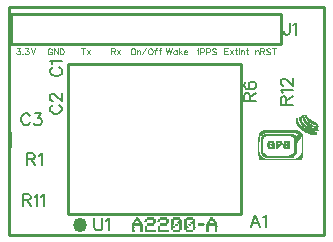
<source format=gbr>
G04 DipTrace 3.0.0.2*
G04 TopSilk.gbr*
%MOMM*%
G04 #@! TF.FileFunction,Legend,Top*
G04 #@! TF.Part,Single*
%ADD10C,0.254*%
%ADD12C,0.076*%
%ADD28O,1.16974X1.22037*%
%ADD52C,0.15686*%
%ADD53C,0.07843*%
%FSLAX35Y35*%
G04*
G71*
G90*
G75*
G01*
G04 TopSilk*
%LPD*%
X28947Y751050D2*
D10*
Y880950D1*
X34000Y1877000D2*
X2320000D1*
X34000Y1623000D2*
Y1877000D1*
Y1623000D2*
X2320000D1*
Y1877000D1*
X521000Y1454000D2*
X1985000D1*
Y187067D1*
X521000D1*
Y1454000D1*
D28*
X621504Y91018D3*
X22000Y1936000D2*
D10*
X2684000D1*
Y11000D1*
X22000D1*
Y1936000D1*
X1092991Y160210D2*
D12*
X1104391D1*
X1187987D2*
X1233585D1*
X1298183D2*
X1343781D1*
X1408378D2*
X1453976D1*
X1522373D2*
X1567971D1*
X1723765D2*
X1735164D1*
X1091129Y156410D2*
X1106254D1*
X1186389D2*
X1235367D1*
X1296584D2*
X1345562D1*
X1406780D2*
X1455575D1*
X1520775D2*
X1569570D1*
X1721902D2*
X1737027D1*
X1090947Y152610D2*
X1106405D1*
X1185438D2*
X1237385D1*
X1295633D2*
X1347581D1*
X1405829D2*
X1456526D1*
X1519824D2*
X1570521D1*
X1721720D2*
X1737178D1*
X1093481Y148810D2*
X1103620D1*
X1186492D2*
X1235367D1*
X1296687D2*
X1345562D1*
X1406882D2*
X1455472D1*
X1520877D2*
X1569467D1*
X1724254D2*
X1734394D1*
X1096791Y145010D2*
X1099960D1*
X1187987D2*
X1233585D1*
X1298183D2*
X1343781D1*
X1408378D2*
X1453976D1*
X1522373D2*
X1567971D1*
X1727565D2*
X1730733D1*
X1081592Y141210D2*
X1096676D1*
X1108191D2*
X1119590D1*
X1168988D2*
X1180388D1*
X1241185D2*
X1252585D1*
X1279184D2*
X1290583D1*
X1351381D2*
X1362780D1*
X1389379D2*
X1400778D1*
X1461576D2*
X1469176D1*
X1503374D2*
X1514774D1*
X1575571D2*
X1583171D1*
X1712365D2*
X1727450D1*
X1738964D2*
X1750364D1*
X1079824Y137411D2*
X1093951D1*
X1106692D2*
X1121358D1*
X1167220D2*
X1181883D1*
X1239649D2*
X1254062D1*
X1277416D2*
X1292079D1*
X1349844D2*
X1364257D1*
X1387843D2*
X1402388D1*
X1460080D2*
X1472634D1*
X1501838D2*
X1516383D1*
X1574076D2*
X1586629D1*
X1710597D2*
X1724725D1*
X1737465D2*
X1752132D1*
X1078649Y133611D2*
X1090983D1*
X1105578D2*
X1122533D1*
X1166046D2*
X1181405D1*
X1239632D2*
X1253665D1*
X1276241D2*
X1291600D1*
X1349827D2*
X1363860D1*
X1387956D2*
X1403371D1*
X1460559D2*
X1474222D1*
X1501951D2*
X1517367D1*
X1574554D2*
X1588217D1*
X1709423D2*
X1721757D1*
X1736352D2*
X1753306D1*
X1077792Y129811D2*
X1083280D1*
X1117653D2*
X1123390D1*
X1165188D2*
X1180388D1*
X1239646D2*
X1251400D1*
X1275384D2*
X1290583D1*
X1349841D2*
X1361595D1*
X1388323D2*
X1402873D1*
X1461576D2*
X1471814D1*
X1502318D2*
X1516868D1*
X1575571D2*
X1585809D1*
X1708565D2*
X1714054D1*
X1748427D2*
X1754164D1*
X1239188Y126011D2*
X1248785D1*
X1349383D2*
X1358980D1*
X1388291D2*
X1402545D1*
X1451522D2*
X1469176D1*
X1502287D2*
X1516540D1*
X1565517D2*
X1583171D1*
X1066393Y122211D2*
X1077792D1*
X1119590D2*
X1134790D1*
X1238616D2*
X1251733D1*
X1348812D2*
X1361928D1*
X1387773D2*
X1402740D1*
X1443801D2*
X1472069D1*
X1501768D2*
X1516736D1*
X1557796D2*
X1586064D1*
X1697166D2*
X1708565D1*
X1750364D2*
X1765563D1*
X1064897Y118411D2*
X1079287D1*
X1120289D2*
X1138589D1*
X1238335D2*
X1253786D1*
X1348530D2*
X1363981D1*
X1387393D2*
X1402926D1*
X1440998D2*
X1474278D1*
X1501389D2*
X1516921D1*
X1554993D2*
X1588273D1*
X1695671D2*
X1710061D1*
X1751062D2*
X1769363D1*
X1065375Y114611D2*
X1078809D1*
X1121622D2*
X1136727D1*
X1239563D2*
X1255197D1*
X1349758D2*
X1365392D1*
X1387561D2*
X1402664D1*
X1439846D2*
X1474003D1*
X1501556D2*
X1516659D1*
X1553841D2*
X1587998D1*
X1696149D2*
X1709583D1*
X1752396D2*
X1767500D1*
X1066393Y110812D2*
X1077792D1*
X1123390D2*
X1136516D1*
X1241185D2*
X1246685D1*
X1351381D2*
X1356880D1*
X1387719D2*
X1402464D1*
X1450202D2*
X1471770D1*
X1501714D2*
X1516459D1*
X1564198D2*
X1585765D1*
X1697166D2*
X1708565D1*
X1754164D2*
X1767290D1*
X1062767Y107012D2*
X1138735D1*
X1187987D2*
X1237385D1*
X1298183D2*
X1347581D1*
X1387333D2*
X1402833D1*
X1461576D2*
X1469176D1*
X1501329D2*
X1516829D1*
X1575571D2*
X1583171D1*
X1617369D2*
X1662967D1*
X1693541D2*
X1769508D1*
X1059736Y103212D2*
X1141335D1*
X1186389D2*
X1238984D1*
X1296584D2*
X1349179D1*
X1386781D2*
X1403369D1*
X1423577D2*
X1438777D1*
X1459967D2*
X1472069D1*
X1500776D2*
X1517364D1*
X1537573D2*
X1552772D1*
X1573962D2*
X1586064D1*
X1615771D2*
X1664566D1*
X1690510D2*
X1772109D1*
X1057435Y99412D2*
X1143570D1*
X1185438D2*
X1239935D1*
X1295633D2*
X1350130D1*
X1386724D2*
X1403632D1*
X1424276D2*
X1438078D1*
X1458983D2*
X1474278D1*
X1500719D2*
X1517628D1*
X1538271D2*
X1552073D1*
X1572978D2*
X1588273D1*
X1614820D2*
X1665517D1*
X1688208D2*
X1774343D1*
X1057315Y95612D2*
X1143776D1*
X1186492D2*
X1238881D1*
X1296687D2*
X1349077D1*
X1387206D2*
X1402402D1*
X1425609D2*
X1436745D1*
X1459481D2*
X1474003D1*
X1501201D2*
X1516397D1*
X1539605D2*
X1550740D1*
X1573476D2*
X1587998D1*
X1615873D2*
X1664463D1*
X1688088D2*
X1774549D1*
X1057281Y91812D2*
X1143845D1*
X1187987D2*
X1237385D1*
X1298183D2*
X1347581D1*
X1387557D2*
X1400778D1*
X1427377D2*
X1434977D1*
X1459795D2*
X1471770D1*
X1501553D2*
X1514774D1*
X1541373D2*
X1548972D1*
X1573790D2*
X1585765D1*
X1617369D2*
X1662967D1*
X1688054D2*
X1774619D1*
X1056805Y88013D2*
X1069431D1*
X1131751D2*
X1144212D1*
X1168988D2*
X1180388D1*
X1279184D2*
X1290583D1*
X1387266D2*
X1409079D1*
X1459480D2*
X1469176D1*
X1501262D2*
X1523074D1*
X1573475D2*
X1583171D1*
X1687578D2*
X1700204D1*
X1762525D2*
X1774986D1*
X1056216Y84213D2*
X1071955D1*
X1129227D2*
X1144638D1*
X1167379D2*
X1181865D1*
X1277574D2*
X1292060D1*
X1386755D2*
X1415500D1*
X1458959D2*
X1472627D1*
X1500751D2*
X1529495D1*
X1572954D2*
X1586622D1*
X1686989D2*
X1702728D1*
X1760001D2*
X1775412D1*
X1056145Y80413D2*
X1072737D1*
X1128445D2*
X1143412D1*
X1166395D2*
X1181468D1*
X1276591D2*
X1291663D1*
X1386715D2*
X1418542D1*
X1458914D2*
X1475291D1*
X1500710D2*
X1532537D1*
X1572909D2*
X1589286D1*
X1686919D2*
X1703510D1*
X1759219D2*
X1774185D1*
X1056622Y76613D2*
X1072267D1*
X1128915D2*
X1141240D1*
X1166894D2*
X1179203D1*
X1277089D2*
X1289398D1*
X1387203D2*
X1415975D1*
X1459400D2*
X1472549D1*
X1501198D2*
X1529970D1*
X1573396D2*
X1586544D1*
X1687396D2*
X1703040D1*
X1759689D2*
X1772014D1*
X1056987Y72813D2*
X1071951D1*
X1129231D2*
X1138589D1*
X1167222D2*
X1176588D1*
X1277417D2*
X1286783D1*
X1387571D2*
X1409015D1*
X1459768D2*
X1469176D1*
X1501566D2*
X1523010D1*
X1573763D2*
X1583171D1*
X1687760D2*
X1702725D1*
X1760004D2*
X1769363D1*
X1056814Y69013D2*
X1072152D1*
X1129030D2*
X1141483D1*
X1167026D2*
X1179481D1*
X1277222D2*
X1289677D1*
X1387410D2*
X1400778D1*
X1459607D2*
X1472074D1*
X1501405D2*
X1514774D1*
X1573602D2*
X1586069D1*
X1687588D2*
X1702925D1*
X1759804D2*
X1772256D1*
X1056639Y65214D2*
X1072339D1*
X1128858D2*
X1143692D1*
X1166855D2*
X1181690D1*
X1277051D2*
X1291886D1*
X1387344D2*
X1402274D1*
X1459541D2*
X1474296D1*
X1501339D2*
X1516269D1*
X1573536D2*
X1588292D1*
X1687412D2*
X1703113D1*
X1759631D2*
X1774465D1*
X1056905Y61414D2*
X1072077D1*
X1129238D2*
X1143417D1*
X1167236D2*
X1181416D1*
X1277432D2*
X1291611D1*
X1388082D2*
X1401796D1*
X1460279D2*
X1473924D1*
X1502077D2*
X1515791D1*
X1574274D2*
X1587919D1*
X1687679D2*
X1702851D1*
X1760012D2*
X1774191D1*
X1057107Y57614D2*
X1071878D1*
X1129789D2*
X1141184D1*
X1167787D2*
X1179182D1*
X1277982D2*
X1289378D1*
X1389379D2*
X1400778D1*
X1461576D2*
X1472975D1*
X1503374D2*
X1514774D1*
X1575571D2*
X1586971D1*
X1687880D2*
X1702651D1*
X1760562D2*
X1771957D1*
X1056738Y53814D2*
X1072247D1*
X1129845D2*
X1138589D1*
X1167843D2*
X1252585D1*
X1278039D2*
X1362780D1*
X1408378D2*
X1453976D1*
X1522373D2*
X1567971D1*
X1687511D2*
X1703021D1*
X1760618D2*
X1769363D1*
X1056203Y50014D2*
X1072782D1*
X1129373D2*
X1141488D1*
X1167372D2*
X1254183D1*
X1277567D2*
X1364378D1*
X1406780D2*
X1455757D1*
X1520775D2*
X1569753D1*
X1686976D2*
X1703556D1*
X1760147D2*
X1772261D1*
X1055939Y46214D2*
X1073046D1*
X1129116D2*
X1143710D1*
X1167114D2*
X1255134D1*
X1277309D2*
X1365329D1*
X1405829D2*
X1457776D1*
X1519824D2*
X1571771D1*
X1686712D2*
X1703820D1*
X1759889D2*
X1774484D1*
X1057169Y42415D2*
X1071816D1*
X1129755D2*
X1143337D1*
X1167753D2*
X1254081D1*
X1277948D2*
X1364276D1*
X1406882D2*
X1455757D1*
X1520877D2*
X1569753D1*
X1687943D2*
X1702589D1*
X1760528D2*
X1774111D1*
X1058793Y38615D2*
X1070192D1*
X1130990D2*
X1142389D1*
X1168988D2*
X1252585D1*
X1279184D2*
X1362780D1*
X1408378D2*
X1453976D1*
X1522373D2*
X1567971D1*
X1689566D2*
X1700966D1*
X1761763D2*
X1773163D1*
X2502984Y1026400D2*
X2533383D1*
X2491682Y1018801D2*
X2510873D1*
X2526072D2*
X2536300D1*
X2481465Y1011201D2*
X2511877D1*
X2527076D2*
X2539862D1*
X2476241Y1003601D2*
X2487814D1*
X2503273D2*
X2513995D1*
X2529195D2*
X2544657D1*
X2449786Y996002D2*
X2457386D1*
X2474592D2*
X2488082D1*
X2504277D2*
X2517210D1*
X2532439D2*
X2551464D1*
X2446568Y988402D2*
X2457675D1*
X2474587D2*
X2489080D1*
X2506396D2*
X2521650D1*
X2537117D2*
X2560602D1*
X2444600Y980802D2*
X2458679D1*
X2476237D2*
X2491197D1*
X2509610D2*
X2527656D1*
X2543883D2*
X2572462D1*
X2445916Y973203D2*
X2460798D1*
X2479011D2*
X2494411D1*
X2514021D2*
X2535366D1*
X2553009D2*
X2587475D1*
X2447814Y965603D2*
X2464012D1*
X2482390D2*
X2498851D1*
X2519789D2*
X2544964D1*
X2564972D2*
X2603811D1*
X2450213Y958003D2*
X2468423D1*
X2486287D2*
X2504887D1*
X2526768D2*
X2556718D1*
X2581032D2*
X2617122D1*
X2453669Y950404D2*
X2474162D1*
X2491042D2*
X2512832D1*
X2535229D2*
X2570892D1*
X2601632D2*
X2626758D1*
X2458032Y942804D2*
X2480873D1*
X2497179D2*
X2523088D1*
X2545725D2*
X2586580D1*
X2624579D2*
X2629607D1*
X2462696Y935204D2*
X2488338D1*
X2504939D2*
X2535381D1*
X2558122D2*
X2630812D1*
X2467890Y927604D2*
X2496804D1*
X2514569D2*
X2548582D1*
X2571381D2*
X2630934D1*
X2474266Y920005D2*
X2506756D1*
X2526489D2*
X2571381D1*
X2601780D2*
X2628113D1*
X2482352Y912405D2*
X2518902D1*
X2541478D2*
X2624579D1*
X2492689Y904805D2*
X2534858D1*
X2559520D2*
X2628616D1*
X2176198Y897206D2*
X2449786D1*
X2505239D2*
X2556737D1*
X2578981D2*
X2632179D1*
X2159303Y889606D2*
X2466711D1*
X2519723D2*
X2585067D1*
X2146347Y882006D2*
X2479934D1*
X2536716D2*
X2616979D1*
X2136710Y874407D2*
X2170121D1*
X2455989D2*
X2489065D1*
X2556885D2*
X2616979D1*
X2133527Y866807D2*
X2158344D1*
X2176198D2*
X2419388D1*
X2468522D2*
X2495174D1*
X2578981D2*
X2616979D1*
X2131831Y859207D2*
X2149198D1*
X2168917D2*
X2431025D1*
X2480185D2*
X2499095D1*
X2131077Y851608D2*
X2142481D1*
X2162588D2*
X2192920D1*
X2400882D2*
X2442187D1*
X2457386D2*
X2501244D1*
X2130774Y844008D2*
X2137561D1*
X2158076D2*
X2181173D1*
X2416100D2*
X2502268D1*
X2130661Y836408D2*
X2134160D1*
X2155510D2*
X2172294D1*
X2427444D2*
X2479806D1*
X2495384D2*
X2502708D1*
X2130620Y828809D2*
X2132219D1*
X2154270D2*
X2165547D1*
X2431172D2*
X2478908D1*
X2495384D2*
X2502883D1*
X2130606Y821209D2*
X2131273D1*
X2153735D2*
X2163196D1*
X2433153D2*
X2473523D1*
X2495384D2*
X2502949D1*
X2130602Y813609D2*
X2130861D1*
X2153522D2*
X2161930D1*
X2434032D2*
X2465949D1*
X2495384D2*
X2502972D1*
X2130600Y806010D2*
X2130696D1*
X2153442D2*
X2161362D1*
X2214196D2*
X2252195D1*
X2274994D2*
X2320592D1*
X2343391D2*
X2388989D1*
X2434385D2*
X2458737D1*
X2495384D2*
X2502980D1*
X2130600Y798410D2*
X2130634D1*
X2153413D2*
X2161132D1*
X2208090D2*
X2256232D1*
X2274994D2*
X2324070D1*
X2343361D2*
X2387592D1*
X2434516D2*
X2453188D1*
X2495384D2*
X2502983D1*
X2130600Y790810D2*
X2130611D1*
X2153404D2*
X2161045D1*
X2203645D2*
X2223319D1*
X2244595D2*
X2259794D1*
X2274994D2*
X2290193D1*
X2312992D2*
X2326579D1*
X2343094D2*
X2358590D1*
X2373789D2*
X2384925D1*
X2434563D2*
X2451392D1*
X2495384D2*
X2502984D1*
X2130600Y783211D2*
X2130603D1*
X2153400D2*
X2161014D1*
X2201130D2*
X2218271D1*
X2274994D2*
X2290193D1*
X2305392D2*
X2326239D1*
X2342155D2*
X2381389D1*
X2434579D2*
X2450452D1*
X2495384D2*
X2502984D1*
X2130600Y775611D2*
X2130601D1*
X2153399D2*
X2161004D1*
X2200193D2*
X2216794D1*
X2229396D2*
X2259794D1*
X2274994D2*
X2321392D1*
X2340602D2*
X2387206D1*
X2434584D2*
X2450041D1*
X2495384D2*
X2502984D1*
X2130600Y768011D2*
D3*
X2153399D2*
X2161000D1*
X2200239D2*
X2218842D1*
X2236520D2*
X2259794D1*
X2274994D2*
X2311109D1*
X2339627D2*
X2350990D1*
X2366190D2*
X2391713D1*
X2434586D2*
X2449878D1*
X2495384D2*
X2502984D1*
X2130600Y760412D2*
D3*
X2153399D2*
X2160999D1*
X2203597D2*
X2221796D1*
X2244595D2*
X2259794D1*
X2274994D2*
X2301671D1*
X2340180D2*
X2358590D1*
X2373789D2*
X2391599D1*
X2434587D2*
X2449818D1*
X2495384D2*
X2502984D1*
X2130600Y752812D2*
D3*
X2153399D2*
X2160999D1*
X2208504D2*
X2259794D1*
X2274994D2*
X2295113D1*
X2341698D2*
X2390434D1*
X2434587D2*
X2449797D1*
X2495384D2*
X2502984D1*
X2130600Y745212D2*
D3*
X2153399D2*
X2160998D1*
X2214196D2*
X2259794D1*
X2274994D2*
X2290193D1*
X2343391D2*
X2388989D1*
X2434587D2*
X2449790D1*
X2495384D2*
X2502984D1*
X2130600Y737612D2*
D3*
X2153399D2*
X2160998D1*
X2434587D2*
X2449787D1*
X2495384D2*
X2502984D1*
X2130600Y730013D2*
D3*
X2153399D2*
X2161028D1*
X2434587D2*
X2449757D1*
X2495384D2*
X2502984D1*
X2130600Y722413D2*
X2130629D1*
X2153399D2*
X2161325D1*
X2434557D2*
X2449489D1*
X2495355D2*
X2502984D1*
X2130600Y714813D2*
X2130897D1*
X2153428D2*
X2162620D1*
X2434201D2*
X2448491D1*
X2495087D2*
X2502984D1*
X2130600Y707214D2*
X2131895D1*
X2153725D2*
X2165080D1*
X2433310D2*
X2446374D1*
X2494089D2*
X2502984D1*
X2130600Y699614D2*
X2134012D1*
X2155020D2*
X2172069D1*
X2428546D2*
X2443160D1*
X2491972D2*
X2502954D1*
X2130600Y692014D2*
X2137255D1*
X2157481D2*
X2181658D1*
X2416040D2*
X2438750D1*
X2488729D2*
X2502687D1*
X2130629Y684415D2*
X2141963D1*
X2164367D2*
X2193606D1*
X2399679D2*
X2433017D1*
X2484021D2*
X2501689D1*
X2130919Y676815D2*
X2148965D1*
X2173437D2*
X2426381D1*
X2477019D2*
X2499578D1*
X2132093Y669215D2*
X2158704D1*
X2183797D2*
X2419388D1*
X2467280D2*
X2496436D1*
X2134691Y661616D2*
X2170746D1*
X2455238D2*
X2492397D1*
X2138199Y654016D2*
X2487785D1*
X1092991Y160210D2*
X1091129Y156410D1*
X1090947Y152610D1*
X1093481Y148810D1*
X1096791Y145010D1*
X1104391Y160210D2*
X1106254Y156410D1*
X1106405Y152610D1*
X1103620Y148810D1*
X1099960Y145010D1*
X1096676Y141210D1*
X1093951Y137411D1*
X1090983Y133611D1*
X1083280Y129811D1*
X1073992Y126011D1*
X1187987Y160210D2*
X1186389Y156410D1*
X1185438Y152610D1*
X1186492Y148810D1*
X1187987Y145010D1*
X1233585Y160210D2*
X1235367Y156410D1*
X1237385Y152610D1*
X1235367Y148810D1*
X1233585Y145010D1*
X1298183Y160210D2*
X1296584Y156410D1*
X1295633Y152610D1*
X1296687Y148810D1*
X1298183Y145010D1*
X1343781Y160210D2*
X1345562Y156410D1*
X1347581Y152610D1*
X1345562Y148810D1*
X1343781Y145010D1*
X1408378Y160210D2*
X1406780Y156410D1*
X1405829Y152610D1*
X1406882Y148810D1*
X1408378Y145010D1*
X1453976Y160210D2*
X1455575Y156410D1*
X1456526Y152610D1*
X1455472Y148810D1*
X1453976Y145010D1*
X1522373Y160210D2*
X1520775Y156410D1*
X1519824Y152610D1*
X1520877Y148810D1*
X1522373Y145010D1*
X1567971Y160210D2*
X1569570Y156410D1*
X1570521Y152610D1*
X1569467Y148810D1*
X1567971Y145010D1*
X1723765Y160210D2*
X1721902Y156410D1*
X1721720Y152610D1*
X1724254Y148810D1*
X1727565Y145010D1*
X1735164Y160210D2*
X1737027Y156410D1*
X1737178Y152610D1*
X1734394Y148810D1*
X1730733Y145010D1*
X1727450Y141210D1*
X1724725Y137411D1*
X1721757Y133611D1*
X1714054Y129811D1*
X1704766Y126011D1*
X1081592Y141210D2*
X1079824Y137411D1*
X1078649Y133611D1*
X1077792Y129811D1*
X1108191Y141210D2*
X1106692Y137411D1*
X1105578Y133611D1*
X1117653Y129811D1*
X1130990Y126011D1*
X1119590Y141210D2*
X1121358Y137411D1*
X1122533Y133611D1*
X1123390Y129811D1*
X1168988Y141210D2*
X1167220Y137411D1*
X1166046Y133611D1*
X1165188Y129811D1*
X1180388Y141210D2*
X1181883Y137411D1*
X1181405Y133611D1*
X1180388Y129811D1*
X1241185Y141210D2*
X1239649Y137411D1*
X1239632Y133611D1*
X1239646Y129811D1*
X1239188Y126011D1*
X1238616Y122211D1*
X1238335Y118411D1*
X1239563Y114611D1*
X1241185Y110812D1*
X1252585Y141210D2*
X1254062Y137411D1*
X1253665Y133611D1*
X1251400Y129811D1*
X1248785Y126011D1*
X1251733Y122211D1*
X1253786Y118411D1*
X1255197Y114611D1*
X1246685Y110812D1*
X1237385Y107012D1*
X1238984Y103212D1*
X1239935Y99412D1*
X1238881Y95612D1*
X1237385Y91812D1*
X1279184Y141210D2*
X1277416Y137411D1*
X1276241Y133611D1*
X1275384Y129811D1*
X1290583Y141210D2*
X1292079Y137411D1*
X1291600Y133611D1*
X1290583Y129811D1*
X1351381Y141210D2*
X1349844Y137411D1*
X1349827Y133611D1*
X1349841Y129811D1*
X1349383Y126011D1*
X1348812Y122211D1*
X1348530Y118411D1*
X1349758Y114611D1*
X1351381Y110812D1*
X1362780Y141210D2*
X1364257Y137411D1*
X1363860Y133611D1*
X1361595Y129811D1*
X1358980Y126011D1*
X1361928Y122211D1*
X1363981Y118411D1*
X1365392Y114611D1*
X1356880Y110812D1*
X1347581Y107012D1*
X1349179Y103212D1*
X1350130Y99412D1*
X1349077Y95612D1*
X1347581Y91812D1*
X1389379Y141210D2*
X1387843Y137411D1*
X1387956Y133611D1*
X1388323Y129811D1*
X1388291Y126011D1*
X1387773Y122211D1*
X1387393Y118411D1*
X1387561Y114611D1*
X1387719Y110812D1*
X1387333Y107012D1*
X1386781Y103212D1*
X1386724Y99412D1*
X1387206Y95612D1*
X1387557Y91812D1*
X1387266Y88013D1*
X1386755Y84213D1*
X1386715Y80413D1*
X1387203Y76613D1*
X1387571Y72813D1*
X1387410Y69013D1*
X1387344Y65214D1*
X1388082Y61414D1*
X1389379Y57614D1*
X1400778Y141210D2*
X1402388Y137411D1*
X1403371Y133611D1*
X1402873Y129811D1*
X1402545Y126011D1*
X1402740Y122211D1*
X1402926Y118411D1*
X1402664Y114611D1*
X1402464Y110812D1*
X1402833Y107012D1*
X1403369Y103212D1*
X1403632Y99412D1*
X1402402Y95612D1*
X1400778Y91812D1*
X1409079Y88013D1*
X1415500Y84213D1*
X1418542Y80413D1*
X1415975Y76613D1*
X1409015Y72813D1*
X1400778Y69013D1*
X1402274Y65214D1*
X1401796Y61414D1*
X1400778Y57614D1*
X1461576Y141210D2*
X1460080Y137411D1*
X1460559Y133611D1*
X1461576Y129811D1*
X1451522Y126011D1*
X1443801Y122211D1*
X1440998Y118411D1*
X1439846Y114611D1*
X1450202Y110812D1*
X1461576Y107012D1*
X1459967Y103212D1*
X1458983Y99412D1*
X1459481Y95612D1*
X1459795Y91812D1*
X1459480Y88013D1*
X1458959Y84213D1*
X1458914Y80413D1*
X1459400Y76613D1*
X1459768Y72813D1*
X1459607Y69013D1*
X1459541Y65214D1*
X1460279Y61414D1*
X1461576Y57614D1*
X1469176Y141210D2*
X1472634Y137411D1*
X1474222Y133611D1*
X1471814Y129811D1*
X1469176Y126011D1*
X1472069Y122211D1*
X1474278Y118411D1*
X1474003Y114611D1*
X1471770Y110812D1*
X1469176Y107012D1*
X1472069Y103212D1*
X1474278Y99412D1*
X1474003Y95612D1*
X1471770Y91812D1*
X1469176Y88013D1*
X1472627Y84213D1*
X1475291Y80413D1*
X1472549Y76613D1*
X1469176Y72813D1*
X1472074Y69013D1*
X1474296Y65214D1*
X1473924Y61414D1*
X1472975Y57614D1*
X1503374Y141210D2*
X1501838Y137411D1*
X1501951Y133611D1*
X1502318Y129811D1*
X1502287Y126011D1*
X1501768Y122211D1*
X1501389Y118411D1*
X1501556Y114611D1*
X1501714Y110812D1*
X1501329Y107012D1*
X1500776Y103212D1*
X1500719Y99412D1*
X1501201Y95612D1*
X1501553Y91812D1*
X1501262Y88013D1*
X1500751Y84213D1*
X1500710Y80413D1*
X1501198Y76613D1*
X1501566Y72813D1*
X1501405Y69013D1*
X1501339Y65214D1*
X1502077Y61414D1*
X1503374Y57614D1*
X1514774Y141210D2*
X1516383Y137411D1*
X1517367Y133611D1*
X1516868Y129811D1*
X1516540Y126011D1*
X1516736Y122211D1*
X1516921Y118411D1*
X1516659Y114611D1*
X1516459Y110812D1*
X1516829Y107012D1*
X1517364Y103212D1*
X1517628Y99412D1*
X1516397Y95612D1*
X1514774Y91812D1*
X1523074Y88013D1*
X1529495Y84213D1*
X1532537Y80413D1*
X1529970Y76613D1*
X1523010Y72813D1*
X1514774Y69013D1*
X1516269Y65214D1*
X1515791Y61414D1*
X1514774Y57614D1*
X1575571Y141210D2*
X1574076Y137411D1*
X1574554Y133611D1*
X1575571Y129811D1*
X1565517Y126011D1*
X1557796Y122211D1*
X1554993Y118411D1*
X1553841Y114611D1*
X1564198Y110812D1*
X1575571Y107012D1*
X1573962Y103212D1*
X1572978Y99412D1*
X1573476Y95612D1*
X1573790Y91812D1*
X1573475Y88013D1*
X1572954Y84213D1*
X1572909Y80413D1*
X1573396Y76613D1*
X1573763Y72813D1*
X1573602Y69013D1*
X1573536Y65214D1*
X1574274Y61414D1*
X1575571Y57614D1*
X1583171Y141210D2*
X1586629Y137411D1*
X1588217Y133611D1*
X1585809Y129811D1*
X1583171Y126011D1*
X1586064Y122211D1*
X1588273Y118411D1*
X1587998Y114611D1*
X1585765Y110812D1*
X1583171Y107012D1*
X1586064Y103212D1*
X1588273Y99412D1*
X1587998Y95612D1*
X1585765Y91812D1*
X1583171Y88013D1*
X1586622Y84213D1*
X1589286Y80413D1*
X1586544Y76613D1*
X1583171Y72813D1*
X1586069Y69013D1*
X1588292Y65214D1*
X1587919Y61414D1*
X1586971Y57614D1*
X1712365Y141210D2*
X1710597Y137411D1*
X1709423Y133611D1*
X1708565Y129811D1*
X1738964Y141210D2*
X1737465Y137411D1*
X1736352Y133611D1*
X1748427Y129811D1*
X1761763Y126011D1*
X1750364Y141210D2*
X1752132Y137411D1*
X1753306Y133611D1*
X1754164Y129811D1*
X1066393Y122211D2*
X1064897Y118411D1*
X1065375Y114611D1*
X1066393Y110812D1*
X1062767Y107012D1*
X1059736Y103212D1*
X1057435Y99412D1*
X1057315Y95612D1*
X1057281Y91812D1*
X1056805Y88013D1*
X1056216Y84213D1*
X1056145Y80413D1*
X1056622Y76613D1*
X1056987Y72813D1*
X1056814Y69013D1*
X1056639Y65214D1*
X1056905Y61414D1*
X1057107Y57614D1*
X1056738Y53814D1*
X1056203Y50014D1*
X1055939Y46214D1*
X1057169Y42415D1*
X1058793Y38615D1*
X1077792Y122211D2*
X1079287Y118411D1*
X1078809Y114611D1*
X1077792Y110812D1*
X1115790Y107012D1*
X1119590Y122211D2*
X1120289Y118411D1*
X1121622Y114611D1*
X1123390Y110812D1*
X1085392Y107012D1*
X1134790Y122211D2*
X1138589Y118411D1*
X1136727Y114611D1*
X1136516Y110812D1*
X1138735Y107012D1*
X1141335Y103212D1*
X1143570Y99412D1*
X1143776Y95612D1*
X1143845Y91812D1*
X1144212Y88013D1*
X1144638Y84213D1*
X1143412Y80413D1*
X1141240Y76613D1*
X1138589Y72813D1*
X1141483Y69013D1*
X1143692Y65214D1*
X1143417Y61414D1*
X1141184Y57614D1*
X1138589Y53814D1*
X1141488Y50014D1*
X1143710Y46214D1*
X1143337Y42415D1*
X1142389Y38615D1*
X1697166Y122211D2*
X1695671Y118411D1*
X1696149Y114611D1*
X1697166Y110812D1*
X1693541Y107012D1*
X1690510Y103212D1*
X1688208Y99412D1*
X1688088Y95612D1*
X1688054Y91812D1*
X1687578Y88013D1*
X1686989Y84213D1*
X1686919Y80413D1*
X1687396Y76613D1*
X1687760Y72813D1*
X1687588Y69013D1*
X1687412Y65214D1*
X1687679Y61414D1*
X1687880Y57614D1*
X1687511Y53814D1*
X1686976Y50014D1*
X1686712Y46214D1*
X1687943Y42415D1*
X1689566Y38615D1*
X1708565Y122211D2*
X1710061Y118411D1*
X1709583Y114611D1*
X1708565Y110812D1*
X1746564Y107012D1*
X1750364Y122211D2*
X1751062Y118411D1*
X1752396Y114611D1*
X1754164Y110812D1*
X1716165Y107012D1*
X1765563Y122211D2*
X1769363Y118411D1*
X1767500Y114611D1*
X1767290Y110812D1*
X1769508Y107012D1*
X1772109Y103212D1*
X1774343Y99412D1*
X1774549Y95612D1*
X1774619Y91812D1*
X1774986Y88013D1*
X1775412Y84213D1*
X1774185Y80413D1*
X1772014Y76613D1*
X1769363Y72813D1*
X1772256Y69013D1*
X1774465Y65214D1*
X1774191Y61414D1*
X1771957Y57614D1*
X1769363Y53814D1*
X1772261Y50014D1*
X1774484Y46214D1*
X1774111Y42415D1*
X1773163Y38615D1*
X1187987Y107012D2*
X1186389Y103212D1*
X1185438Y99412D1*
X1186492Y95612D1*
X1187987Y91812D1*
X1298183Y107012D2*
X1296584Y103212D1*
X1295633Y99412D1*
X1296687Y95612D1*
X1298183Y91812D1*
X1617369Y107012D2*
X1615771Y103212D1*
X1614820Y99412D1*
X1615873Y95612D1*
X1617369Y91812D1*
X1662967Y107012D2*
X1664566Y103212D1*
X1665517Y99412D1*
X1664463Y95612D1*
X1662967Y91812D1*
X1423577Y103212D2*
X1424276Y99412D1*
X1425609Y95612D1*
X1427377Y91812D1*
X1438777Y103212D2*
X1438078Y99412D1*
X1436745Y95612D1*
X1434977Y91812D1*
X1537573Y103212D2*
X1538271Y99412D1*
X1539605Y95612D1*
X1541373Y91812D1*
X1552772Y103212D2*
X1552073Y99412D1*
X1550740Y95612D1*
X1548972Y91812D1*
X1066393D2*
X1069431Y88013D1*
X1071955Y84213D1*
X1072737Y80413D1*
X1072267Y76613D1*
X1071951Y72813D1*
X1072152Y69013D1*
X1072339Y65214D1*
X1072077Y61414D1*
X1071878Y57614D1*
X1072247Y53814D1*
X1072782Y50014D1*
X1073046Y46214D1*
X1071816Y42415D1*
X1070192Y38615D1*
X1134790Y91812D2*
X1131751Y88013D1*
X1129227Y84213D1*
X1128445Y80413D1*
X1128915Y76613D1*
X1129231Y72813D1*
X1129030Y69013D1*
X1128858Y65214D1*
X1129238Y61414D1*
X1129789Y57614D1*
X1129845Y53814D1*
X1129373Y50014D1*
X1129116Y46214D1*
X1129755Y42415D1*
X1130990Y38615D1*
X1168988Y88013D2*
X1167379Y84213D1*
X1166395Y80413D1*
X1166894Y76613D1*
X1167222Y72813D1*
X1167026Y69013D1*
X1166855Y65214D1*
X1167236Y61414D1*
X1167787Y57614D1*
X1167843Y53814D1*
X1167372Y50014D1*
X1167114Y46214D1*
X1167753Y42415D1*
X1168988Y38615D1*
X1180388Y88013D2*
X1181865Y84213D1*
X1181468Y80413D1*
X1179203Y76613D1*
X1176588Y72813D1*
X1179481Y69013D1*
X1181690Y65214D1*
X1181416Y61414D1*
X1179182Y57614D1*
X1176588Y53814D1*
X1279184Y88013D2*
X1277574Y84213D1*
X1276591Y80413D1*
X1277089Y76613D1*
X1277417Y72813D1*
X1277222Y69013D1*
X1277051Y65214D1*
X1277432Y61414D1*
X1277982Y57614D1*
X1278039Y53814D1*
X1277567Y50014D1*
X1277309Y46214D1*
X1277948Y42415D1*
X1279184Y38615D1*
X1290583Y88013D2*
X1292060Y84213D1*
X1291663Y80413D1*
X1289398Y76613D1*
X1286783Y72813D1*
X1289677Y69013D1*
X1291886Y65214D1*
X1291611Y61414D1*
X1289378Y57614D1*
X1286783Y53814D1*
X1697166Y91812D2*
X1700204Y88013D1*
X1702728Y84213D1*
X1703510Y80413D1*
X1703040Y76613D1*
X1702725Y72813D1*
X1702925Y69013D1*
X1703113Y65214D1*
X1702851Y61414D1*
X1702651Y57614D1*
X1703021Y53814D1*
X1703556Y50014D1*
X1703820Y46214D1*
X1702589Y42415D1*
X1700966Y38615D1*
X1765563Y91812D2*
X1762525Y88013D1*
X1760001Y84213D1*
X1759219Y80413D1*
X1759689Y76613D1*
X1760004Y72813D1*
X1759804Y69013D1*
X1759631Y65214D1*
X1760012Y61414D1*
X1760562Y57614D1*
X1760618Y53814D1*
X1760147Y50014D1*
X1759889Y46214D1*
X1760528Y42415D1*
X1761763Y38615D1*
X1252585Y53814D2*
X1254183Y50014D1*
X1255134Y46214D1*
X1254081Y42415D1*
X1252585Y38615D1*
X1362780Y53814D2*
X1364378Y50014D1*
X1365329Y46214D1*
X1364276Y42415D1*
X1362780Y38615D1*
X1408378Y53814D2*
X1406780Y50014D1*
X1405829Y46214D1*
X1406882Y42415D1*
X1408378Y38615D1*
X1453976Y53814D2*
X1455757Y50014D1*
X1457776Y46214D1*
X1455757Y42415D1*
X1453976Y38615D1*
X1522373Y53814D2*
X1520775Y50014D1*
X1519824Y46214D1*
X1520877Y42415D1*
X1522373Y38615D1*
X1567971Y53814D2*
X1569753Y50014D1*
X1571771Y46214D1*
X1569753Y42415D1*
X1567971Y38615D1*
X2502984Y1026400D2*
X2491682Y1018801D1*
X2481465Y1011201D1*
X2476241Y1003601D1*
X2474592Y996002D1*
X2474587Y988402D1*
X2476237Y980802D1*
X2479011Y973203D1*
X2482390Y965603D1*
X2486287Y958003D1*
X2491042Y950404D1*
X2497179Y942804D1*
X2504939Y935204D1*
X2514569Y927604D1*
X2526489Y920005D1*
X2541478Y912405D1*
X2559520Y904805D1*
X2578981Y897206D1*
X2533383Y1026400D2*
X2536300Y1018801D1*
X2539862Y1011201D1*
X2544657Y1003601D1*
X2551464Y996002D1*
X2560602Y988402D1*
X2572462Y980802D1*
X2587475Y973203D1*
X2603811Y965603D1*
X2617122Y958003D1*
X2626758Y950404D1*
X2629607Y942804D1*
X2630812Y935204D1*
X2630934Y927604D1*
X2628113Y920005D1*
X2624579Y912405D1*
X2628616Y904805D1*
X2632179Y897206D1*
X2571381Y889606D1*
X2616979Y882006D1*
Y874407D1*
Y866807D1*
X2510584Y1026400D2*
X2510873Y1018801D1*
X2511877Y1011201D1*
X2513995Y1003601D1*
X2517210Y996002D1*
X2521650Y988402D1*
X2527656Y980802D1*
X2535366Y973203D1*
X2544964Y965603D1*
X2556718Y958003D1*
X2570892Y950404D1*
X2586580Y942804D1*
X2525783Y1026400D2*
X2526072Y1018801D1*
X2527076Y1011201D1*
X2529195Y1003601D1*
X2532439Y996002D1*
X2537117Y988402D1*
X2543883Y980802D1*
X2553009Y973203D1*
X2564972Y965603D1*
X2581032Y958003D1*
X2601632Y950404D1*
X2624579Y942804D1*
X2487785Y1011201D2*
X2487814Y1003601D1*
X2488082Y996002D1*
X2489080Y988402D1*
X2491197Y980802D1*
X2494411Y973203D1*
X2498851Y965603D1*
X2504887Y958003D1*
X2512832Y950404D1*
X2523088Y942804D1*
X2535381Y935204D1*
X2548582Y927604D1*
X2502984Y1011201D2*
X2503273Y1003601D1*
X2504277Y996002D1*
X2506396Y988402D1*
X2509610Y980802D1*
X2514021Y973203D1*
X2519789Y965603D1*
X2526768Y958003D1*
X2535229Y950404D1*
X2545725Y942804D1*
X2558122Y935204D1*
X2571381Y927604D1*
X2449786Y996002D2*
X2446568Y988402D1*
X2444600Y980802D1*
X2445916Y973203D1*
X2447814Y965603D1*
X2450213Y958003D1*
X2453669Y950404D1*
X2458032Y942804D1*
X2462696Y935204D1*
X2467890Y927604D1*
X2474266Y920005D1*
X2482352Y912405D1*
X2492689Y904805D1*
X2505239Y897206D1*
X2519723Y889606D1*
X2536716Y882006D1*
X2556885Y874407D1*
X2578981Y866807D1*
X2457386Y996002D2*
X2457675Y988402D1*
X2458679Y980802D1*
X2460798Y973203D1*
X2464012Y965603D1*
X2468423Y958003D1*
X2474162Y950404D1*
X2480873Y942804D1*
X2488338Y935204D1*
X2496804Y927604D1*
X2506756Y920005D1*
X2518902Y912405D1*
X2534858Y904805D1*
X2556737Y897206D1*
X2585067Y889606D1*
X2616979Y882006D1*
Y874407D1*
Y866807D1*
X2571381Y920005D2*
X2594180Y927604D2*
X2601780Y920005D1*
X2176198Y897206D2*
X2159303Y889606D1*
X2146347Y882006D1*
X2136710Y874407D1*
X2133527Y866807D1*
X2131831Y859207D1*
X2131077Y851608D1*
X2130774Y844008D1*
X2130661Y836408D1*
X2130620Y828809D1*
X2130606Y821209D1*
X2130602Y813609D1*
X2130600Y806010D1*
Y798410D1*
Y790810D1*
Y783211D1*
Y775611D1*
Y768011D1*
Y760412D1*
Y752812D1*
Y745212D1*
Y737612D1*
Y730013D1*
Y722413D1*
Y714813D1*
Y707214D1*
Y699614D1*
Y692014D1*
X2130629Y684415D1*
X2130919Y676815D1*
X2132093Y669215D1*
X2134691Y661616D1*
X2138199Y654016D1*
X2449786Y897206D2*
X2466711Y889606D1*
X2479934Y882006D1*
X2489065Y874407D1*
X2495174Y866807D1*
X2499095Y859207D1*
X2501244Y851608D1*
X2502268Y844008D1*
X2502708Y836408D1*
X2502883Y828809D1*
X2502949Y821209D1*
X2502972Y813609D1*
X2502980Y806010D1*
X2502983Y798410D1*
X2502984Y790810D1*
Y783211D1*
Y775611D1*
Y768011D1*
Y760412D1*
Y752812D1*
Y745212D1*
Y737612D1*
Y730013D1*
Y722413D1*
Y714813D1*
Y707214D1*
X2502954Y699614D1*
X2502687Y692014D1*
X2501689Y684415D1*
X2499578Y676815D1*
X2496436Y669215D1*
X2492397Y661616D1*
X2487785Y654016D1*
X2183797Y882006D2*
X2170121Y874407D1*
X2158344Y866807D1*
X2149198Y859207D1*
X2142481Y851608D1*
X2137561Y844008D1*
X2134160Y836408D1*
X2132219Y828809D1*
X2131273Y821209D1*
X2130861Y813609D1*
X2130696Y806010D1*
X2130634Y798410D1*
X2130611Y790810D1*
X2130603Y783211D1*
X2130601Y775611D1*
X2130600Y768011D1*
Y760412D1*
Y752812D1*
Y745212D1*
Y737612D1*
Y730013D1*
X2130629Y722413D1*
X2130897Y714813D1*
X2131895Y707214D1*
X2134012Y699614D1*
X2137255Y692014D1*
X2141963Y684415D1*
X2148965Y676815D1*
X2158704Y669215D1*
X2170746Y661616D1*
X2183797Y654016D1*
X2442187Y882006D2*
X2455989Y874407D1*
X2468522Y866807D1*
X2480185Y859207D1*
X2457386Y851608D1*
X2176198Y866807D2*
X2168917Y859207D1*
X2162588Y851608D1*
X2158076Y844008D1*
X2155510Y836408D1*
X2154270Y828809D1*
X2153735Y821209D1*
X2153522Y813609D1*
X2153442Y806010D1*
X2153413Y798410D1*
X2153404Y790810D1*
X2153400Y783211D1*
X2153399Y775611D1*
Y768011D1*
Y760412D1*
Y752812D1*
Y745212D1*
Y737612D1*
Y730013D1*
Y722413D1*
X2153428Y714813D1*
X2153725Y707214D1*
X2155020Y699614D1*
X2157481Y692014D1*
X2164367Y684415D1*
X2173437Y676815D1*
X2183797Y669215D1*
X2419388Y866807D2*
X2431025Y859207D1*
X2442187Y851608D1*
X2206596Y859207D2*
X2192920Y851608D1*
X2181173Y844008D1*
X2172294Y836408D1*
X2165547Y828809D1*
X2163196Y821209D1*
X2161930Y813609D1*
X2161362Y806010D1*
X2161132Y798410D1*
X2161045Y790810D1*
X2161014Y783211D1*
X2161004Y775611D1*
X2161000Y768011D1*
X2160999Y760412D1*
Y752812D1*
X2160998Y745212D1*
Y737612D1*
X2161028Y730013D1*
X2161325Y722413D1*
X2162620Y714813D1*
X2165080Y707214D1*
X2172069Y699614D1*
X2181658Y692014D1*
X2193606Y684415D1*
X2206596Y676815D1*
X2381389Y859207D2*
X2400882Y851608D1*
X2416100Y844008D1*
X2427444Y836408D1*
X2431172Y828809D1*
X2433153Y821209D1*
X2434032Y813609D1*
X2434385Y806010D1*
X2434516Y798410D1*
X2434563Y790810D1*
X2434579Y783211D1*
X2434584Y775611D1*
X2434586Y768011D1*
X2434587Y760412D1*
Y752812D1*
Y745212D1*
Y737612D1*
Y730013D1*
X2434557Y722413D1*
X2434201Y714813D1*
X2433310Y707214D1*
X2428546Y699614D1*
X2416040Y692014D1*
X2399679Y684415D1*
X2381389Y676815D1*
X2480185Y844008D2*
X2479806Y836408D1*
X2478908Y828809D1*
X2473523Y821209D1*
X2465949Y813609D1*
X2458737Y806010D1*
X2453188Y798410D1*
X2451392Y790810D1*
X2450452Y783211D1*
X2450041Y775611D1*
X2449878Y768011D1*
X2449818Y760412D1*
X2449797Y752812D1*
X2449790Y745212D1*
X2449787Y737612D1*
X2449757Y730013D1*
X2449489Y722413D1*
X2448491Y714813D1*
X2446374Y707214D1*
X2443160Y699614D1*
X2438750Y692014D1*
X2433017Y684415D1*
X2426381Y676815D1*
X2419388Y669215D1*
X2495384Y844008D2*
Y836408D1*
Y828809D1*
Y821209D1*
Y813609D1*
Y806010D1*
Y798410D1*
Y790810D1*
Y783211D1*
Y775611D1*
Y768011D1*
Y760412D1*
Y752812D1*
Y745212D1*
Y737612D1*
Y730013D1*
X2495355Y722413D1*
X2495087Y714813D1*
X2494089Y707214D1*
X2491972Y699614D1*
X2488729Y692014D1*
X2484021Y684415D1*
X2477019Y676815D1*
X2467280Y669215D1*
X2455238Y661616D1*
X2442187Y654016D1*
X2214196Y806010D2*
X2208090Y798410D1*
X2203645Y790810D1*
X2201130Y783211D1*
X2200193Y775611D1*
X2200239Y768011D1*
X2203597Y760412D1*
X2208504Y752812D1*
X2214196Y745212D1*
X2252195Y806010D2*
X2256232Y798410D1*
X2259794Y790810D1*
X2274994Y806010D2*
Y798410D1*
Y790810D1*
Y783211D1*
Y775611D1*
Y768011D1*
Y760412D1*
Y752812D1*
Y745212D1*
X2320592Y806010D2*
X2324070Y798410D1*
X2326579Y790810D1*
X2326239Y783211D1*
X2321392Y775611D1*
X2311109Y768011D1*
X2301671Y760412D1*
X2295113Y752812D1*
X2290193Y745212D1*
X2343391Y806010D2*
X2343361Y798410D1*
X2343094Y790810D1*
X2342155Y783211D1*
X2340602Y775611D1*
X2339627Y768011D1*
X2340180Y760412D1*
X2341698Y752812D1*
X2343391Y745212D1*
X2388989Y806010D2*
X2387592Y798410D1*
X2384925Y790810D1*
X2381389Y783211D1*
X2387206Y775611D1*
X2391713Y768011D1*
X2391599Y760412D1*
X2390434Y752812D1*
X2388989Y745212D1*
X2229396Y798410D2*
X2223319Y790810D1*
X2218271Y783211D1*
X2216794Y775611D1*
X2218842Y768011D1*
X2221796Y760412D1*
X2236995Y798410D2*
X2244595Y790810D1*
X2290193Y798410D2*
Y790810D1*
Y783211D1*
X2320592Y798410D2*
X2312992Y790810D1*
X2305392Y783211D1*
X2366190Y798410D2*
X2358590Y790810D1*
X2366190Y798410D2*
X2373789Y790810D1*
X2229396Y775611D2*
X2236520Y768011D1*
X2244595Y760412D1*
X2259794Y775611D2*
Y768011D1*
Y760412D1*
Y752812D1*
Y745212D1*
X2343391Y775611D2*
X2350990Y768011D1*
X2358590Y760412D1*
Y775611D2*
X2366190Y768011D1*
X2373789Y760412D1*
X2141043Y75702D2*
D52*
X2102072Y177789D1*
X2063214Y75702D1*
X2077814Y109731D2*
X2126443D1*
X2172416Y158248D2*
X2182186Y163189D1*
X2196786Y177677D1*
Y75702D1*
X390719Y1428572D2*
X381060Y1423743D1*
X371289Y1413972D1*
X366460Y1404314D1*
Y1384885D1*
X371289Y1375114D1*
X381060Y1365456D1*
X390719Y1360514D1*
X405319Y1355685D1*
X429689D1*
X444177Y1360514D1*
X453948Y1365456D1*
X463606Y1375114D1*
X468548Y1384885D1*
Y1404314D1*
X463606Y1413972D1*
X453948Y1423743D1*
X444177Y1428572D1*
X386002Y1459945D2*
X381060Y1469716D1*
X366573Y1484316D1*
X468548D1*
X388719Y1109729D2*
X379060Y1104899D1*
X369289Y1095129D1*
X364460Y1085470D1*
Y1066041D1*
X369289Y1056270D1*
X379060Y1046612D1*
X388719Y1041670D1*
X403319Y1036841D1*
X427689D1*
X442177Y1041670D1*
X451948Y1046612D1*
X461606Y1056270D1*
X466548Y1066041D1*
Y1085470D1*
X461606Y1095128D1*
X451948Y1104899D1*
X442177Y1109728D1*
X388831Y1146043D2*
X384002D1*
X374231Y1150872D1*
X369402Y1155701D1*
X364573Y1165472D1*
Y1184901D1*
X369402Y1194559D1*
X374231Y1199389D1*
X384002Y1204330D1*
X393660D1*
X403431Y1199389D1*
X417919Y1189730D1*
X466548Y1141101D1*
Y1209159D1*
X195702Y1015531D2*
X190872Y1025189D1*
X181102Y1034960D1*
X171443Y1039789D1*
X152014D1*
X142243Y1034960D1*
X132585Y1025189D1*
X127643Y1015531D1*
X122814Y1000931D1*
Y976560D1*
X127643Y962072D1*
X132585Y952302D1*
X142243Y942643D1*
X152014Y937702D1*
X171443D1*
X181102Y942643D1*
X190872Y952302D1*
X195702Y962072D1*
X236845Y1039677D2*
X290191D1*
X261103Y1000819D1*
X275703D1*
X285362Y995989D1*
X290191Y991160D1*
X295133Y976560D1*
Y966902D1*
X290191Y952302D1*
X280533Y942531D1*
X265933Y937702D1*
X251333D1*
X236845Y942531D1*
X232016Y947472D1*
X227074Y957131D1*
X2394443Y1805789D2*
Y1728072D1*
X2389614Y1713472D1*
X2384672Y1708643D1*
X2375014Y1703702D1*
X2365243D1*
X2355584Y1708643D1*
X2350755Y1713472D1*
X2345814Y1728072D1*
Y1737731D1*
X2425816Y1786248D2*
X2435586Y1791189D1*
X2450186Y1805677D1*
Y1703702D1*
X170099Y651160D2*
X213787D1*
X228387Y656102D1*
X233328Y660931D1*
X238158Y670589D1*
Y680360D1*
X233328Y690019D1*
X228387Y694960D1*
X213787Y699789D1*
X170099D1*
Y597702D1*
X204128Y651160D2*
X238158Y597702D1*
X269530Y680248D2*
X279301Y685189D1*
X293901Y699677D1*
Y597702D1*
X2057840Y1143726D2*
Y1187414D1*
X2052899Y1202014D1*
X2048069Y1206956D1*
X2038411Y1211785D1*
X2028640D1*
X2018982Y1206956D1*
X2014040Y1202014D1*
X2009211Y1187414D1*
Y1143726D1*
X2111298D1*
X2057840Y1177756D2*
X2111299Y1211785D1*
X2023811Y1301445D2*
X2014152Y1296616D1*
X2009323Y1282016D1*
Y1272357D1*
X2014152Y1257757D1*
X2028752Y1247986D1*
X2053011Y1243157D1*
X2077269D1*
X2096699Y1247986D1*
X2106469Y1257757D1*
X2111298Y1272357D1*
Y1277186D1*
X2106469Y1291674D1*
X2096699Y1301445D1*
X2082099Y1306274D1*
X2077269D1*
X2062669Y1301445D1*
X2053011Y1291674D1*
X2048182Y1277186D1*
Y1272357D1*
X2053011Y1257757D1*
X2062669Y1247986D1*
X2077269Y1243157D1*
X135227Y305160D2*
X178915D1*
X193515Y310102D1*
X198457Y314931D1*
X203286Y324589D1*
Y334360D1*
X198457Y344019D1*
X193515Y348960D1*
X178915Y353789D1*
X135227D1*
Y251702D1*
X169257Y305160D2*
X203286Y251702D1*
X234658Y334248D2*
X244429Y339189D1*
X259029Y353677D1*
Y251702D1*
X290402Y334248D2*
X300173Y339189D1*
X314773Y353677D1*
Y251702D1*
X2365840Y1113384D2*
Y1157072D1*
X2360899Y1171672D1*
X2356069Y1176613D1*
X2346411Y1181442D1*
X2336640D1*
X2326982Y1176613D1*
X2322040Y1171672D1*
X2317211Y1157072D1*
Y1113384D1*
X2419298D1*
X2365840Y1147413D2*
X2419299Y1181442D1*
X2336752Y1212815D2*
X2331811Y1222586D1*
X2317323Y1237186D1*
X2419298Y1237185D1*
X2341582Y1273500D2*
X2336752D1*
X2326982Y1278329D1*
X2322152Y1283158D1*
X2317323Y1292929D1*
Y1312358D1*
X2322152Y1322016D1*
X2326982Y1326846D1*
X2336752Y1331787D1*
X2346411D1*
X2356182Y1326846D1*
X2370669Y1317187D1*
X2419298Y1268558D1*
Y1336616D1*
X740099Y149540D2*
Y76652D1*
X744928Y62052D1*
X754699Y52394D1*
X769299Y47452D1*
X778958D1*
X793558Y52394D1*
X803328Y62052D1*
X808158Y76652D1*
Y149540D1*
X839530Y129998D2*
X849301Y134940D1*
X863901Y149428D1*
Y47452D1*
X85807Y1588714D2*
D53*
X112480D1*
X97936Y1569285D1*
X105236D1*
X110065Y1566870D1*
X112480Y1564455D1*
X114951Y1557155D1*
Y1552326D1*
X112480Y1545026D1*
X107651Y1540141D1*
X100351Y1537726D1*
X93051D1*
X85807Y1540141D1*
X83392Y1542612D1*
X80922Y1547441D1*
X133052Y1542612D2*
X130637Y1540141D1*
X133052Y1537726D1*
X135522Y1540141D1*
X133052Y1542612D1*
X156094Y1588714D2*
X182767D1*
X168223Y1569285D1*
X175523D1*
X180353Y1566870D1*
X182767Y1564455D1*
X185238Y1557155D1*
Y1552326D1*
X182767Y1545026D1*
X177938Y1540141D1*
X170638Y1537726D1*
X163338D1*
X156094Y1540141D1*
X153680Y1542612D1*
X151209Y1547441D1*
X200924Y1588770D2*
X220353Y1537726D1*
X239783Y1588770D1*
X381365Y1576641D2*
X378951Y1581470D1*
X374065Y1586355D1*
X369236Y1588770D1*
X359522D1*
X354636Y1586355D1*
X349807Y1581470D1*
X347336Y1576641D1*
X344922Y1569341D1*
Y1557155D1*
X347336Y1549912D1*
X349807Y1545026D1*
X354636Y1540197D1*
X359522Y1537726D1*
X369236D1*
X374065Y1540197D1*
X378951Y1545026D1*
X381365Y1549912D1*
Y1557155D1*
X369236D1*
X431081Y1588770D2*
Y1537726D1*
X397052Y1588770D1*
Y1537726D1*
X446767Y1588770D2*
Y1537726D1*
X463782D1*
X471082Y1540197D1*
X475967Y1545026D1*
X478382Y1549912D1*
X480796Y1557155D1*
Y1569341D1*
X478382Y1576641D1*
X475967Y1581470D1*
X471082Y1586355D1*
X463782Y1588770D1*
X446767D1*
X647936D2*
Y1537726D1*
X630922Y1588770D2*
X664951D1*
X680637Y1571755D2*
X707366Y1537726D1*
Y1571755D2*
X680637Y1537726D1*
X883922Y1564455D2*
X905765D1*
X913065Y1566926D1*
X915536Y1569341D1*
X917951Y1574170D1*
Y1579055D1*
X915536Y1583885D1*
X913065Y1586355D1*
X905765Y1588770D1*
X883922D1*
Y1537726D1*
X900936Y1564455D2*
X917951Y1537726D1*
X933637Y1571755D2*
X960366Y1537726D1*
Y1571755D2*
X933637Y1537726D1*
X1063522Y1588770D2*
X1058636Y1586355D1*
X1053807Y1581470D1*
X1051336Y1576641D1*
X1048922Y1569341D1*
Y1557155D1*
X1051336Y1549912D1*
X1053807Y1545026D1*
X1058636Y1540197D1*
X1063522Y1537726D1*
X1073236D1*
X1078065Y1540197D1*
X1082951Y1545026D1*
X1085365Y1549912D1*
X1087780Y1557155D1*
Y1569341D1*
X1085365Y1576641D1*
X1082951Y1581470D1*
X1078065Y1586355D1*
X1073236Y1588770D1*
X1063522D1*
X1103466Y1571755D2*
Y1537726D1*
Y1562041D2*
X1110766Y1569341D1*
X1115652Y1571755D1*
X1122896D1*
X1127781Y1569341D1*
X1130196Y1562041D1*
Y1537726D1*
X1145882D2*
X1179911Y1588714D1*
X1210197Y1588770D2*
X1205312Y1586355D1*
X1200483Y1581470D1*
X1198012Y1576641D1*
X1195597Y1569341D1*
Y1557155D1*
X1198012Y1549912D1*
X1200483Y1545026D1*
X1205312Y1540197D1*
X1210197Y1537726D1*
X1219912D1*
X1224741Y1540197D1*
X1229627Y1545026D1*
X1232041Y1549912D1*
X1234456Y1557155D1*
Y1569341D1*
X1232041Y1576641D1*
X1229627Y1581470D1*
X1224741Y1586355D1*
X1219912Y1588770D1*
X1210197D1*
X1269571D2*
X1264742D1*
X1259857Y1586355D1*
X1257442Y1579055D1*
Y1537726D1*
X1250142Y1571755D2*
X1267157D1*
X1304687Y1588770D2*
X1299858D1*
X1294972Y1586355D1*
X1292558Y1579055D1*
Y1537726D1*
X1285258Y1571755D2*
X1302272D1*
X1345922Y1588770D2*
X1358107Y1537726D1*
X1370236Y1588770D1*
X1382365Y1537726D1*
X1394551Y1588770D1*
X1439381Y1571755D2*
Y1537726D1*
Y1564455D2*
X1434552Y1569341D1*
X1429666Y1571755D1*
X1422422D1*
X1417537Y1569341D1*
X1412708Y1564455D1*
X1410237Y1557155D1*
Y1552326D1*
X1412708Y1545026D1*
X1417537Y1540197D1*
X1422422Y1537726D1*
X1429666D1*
X1434552Y1540197D1*
X1439381Y1545026D1*
X1455067Y1588770D2*
Y1537726D1*
X1479382Y1571755D2*
X1455067Y1547441D1*
X1464782Y1557155D2*
X1481796Y1537726D1*
X1497483Y1557155D2*
X1526627D1*
Y1562041D1*
X1524212Y1566926D1*
X1521797Y1569341D1*
X1516912Y1571755D1*
X1509612D1*
X1504783Y1569341D1*
X1499897Y1564455D1*
X1497483Y1557155D1*
Y1552326D1*
X1499897Y1545026D1*
X1504783Y1540197D1*
X1509612Y1537726D1*
X1516912D1*
X1521797Y1540197D1*
X1526627Y1545026D1*
X1609922Y1578999D2*
X1614807Y1581470D1*
X1622107Y1588714D1*
Y1537726D1*
X1637793Y1562041D2*
X1659693D1*
X1666937Y1564455D1*
X1669408Y1566926D1*
X1671822Y1571755D1*
Y1579055D1*
X1669408Y1583885D1*
X1666937Y1586355D1*
X1659693Y1588770D1*
X1637793D1*
Y1537726D1*
X1687509Y1562041D2*
X1709409D1*
X1716653Y1564455D1*
X1719123Y1566926D1*
X1721538Y1571755D1*
Y1579055D1*
X1719123Y1583885D1*
X1716653Y1586355D1*
X1709409Y1588770D1*
X1687509D1*
Y1537726D1*
X1771253Y1581470D2*
X1766424Y1586355D1*
X1759124Y1588770D1*
X1749410D1*
X1742110Y1586355D1*
X1737224Y1581470D1*
Y1576641D1*
X1739695Y1571755D1*
X1742110Y1569341D1*
X1746939Y1566926D1*
X1761539Y1562041D1*
X1766424Y1559626D1*
X1768839Y1557155D1*
X1771253Y1552326D1*
Y1545026D1*
X1766424Y1540197D1*
X1759124Y1537726D1*
X1749410D1*
X1742110Y1540197D1*
X1737224Y1545026D1*
X1872480Y1588770D2*
X1840922D1*
Y1537726D1*
X1872480D1*
X1840922Y1564455D2*
X1860351D1*
X1888166Y1571755D2*
X1914896Y1537726D1*
Y1571755D2*
X1888166Y1537726D1*
X1937882Y1588770D2*
Y1547441D1*
X1940296Y1540197D1*
X1945182Y1537726D1*
X1950011D1*
X1930582Y1571755D2*
X1947596D1*
X1965697Y1588770D2*
Y1537726D1*
X1981384Y1571755D2*
Y1537726D1*
Y1562041D2*
X1988684Y1569341D1*
X1993569Y1571755D1*
X2000813D1*
X2005698Y1569341D1*
X2008113Y1562041D1*
Y1537726D1*
X2031099Y1588770D2*
Y1547441D1*
X2033514Y1540197D1*
X2038399Y1537726D1*
X2043228D1*
X2023799Y1571755D2*
X2040814D1*
X2104922D2*
Y1537726D1*
Y1562041D2*
X2112222Y1569341D1*
X2117107Y1571755D1*
X2124351D1*
X2129236Y1569341D1*
X2131651Y1562041D1*
Y1537726D1*
X2147337Y1564455D2*
X2169181D1*
X2176481Y1566926D1*
X2178952Y1569341D1*
X2181366Y1574170D1*
Y1579055D1*
X2178952Y1583885D1*
X2176481Y1586355D1*
X2169181Y1588770D1*
X2147337D1*
Y1537726D1*
X2164352Y1564455D2*
X2181366Y1537726D1*
X2231082Y1581470D2*
X2226253Y1586355D1*
X2218953Y1588770D1*
X2209238D1*
X2201938Y1586355D1*
X2197053Y1581470D1*
Y1576641D1*
X2199523Y1571755D1*
X2201938Y1569341D1*
X2206767Y1566926D1*
X2221367Y1562041D1*
X2226253Y1559626D1*
X2228667Y1557155D1*
X2231082Y1552326D1*
Y1545026D1*
X2226253Y1540197D1*
X2218953Y1537726D1*
X2209238D1*
X2201938Y1540197D1*
X2197053Y1545026D1*
X2263783Y1588770D2*
Y1537726D1*
X2246768Y1588770D2*
X2280797D1*
M02*

</source>
